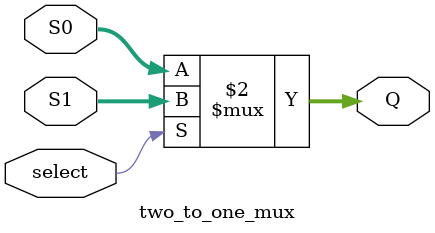
<source format=v>
module two_to_one_mux(S0, S1, Q, select);

input [7:0] S0;
input [7:0] S1;
input select;

output [7:0] Q;

assign Q = (select == 0) ? S0 : S1;

endmodule
</source>
